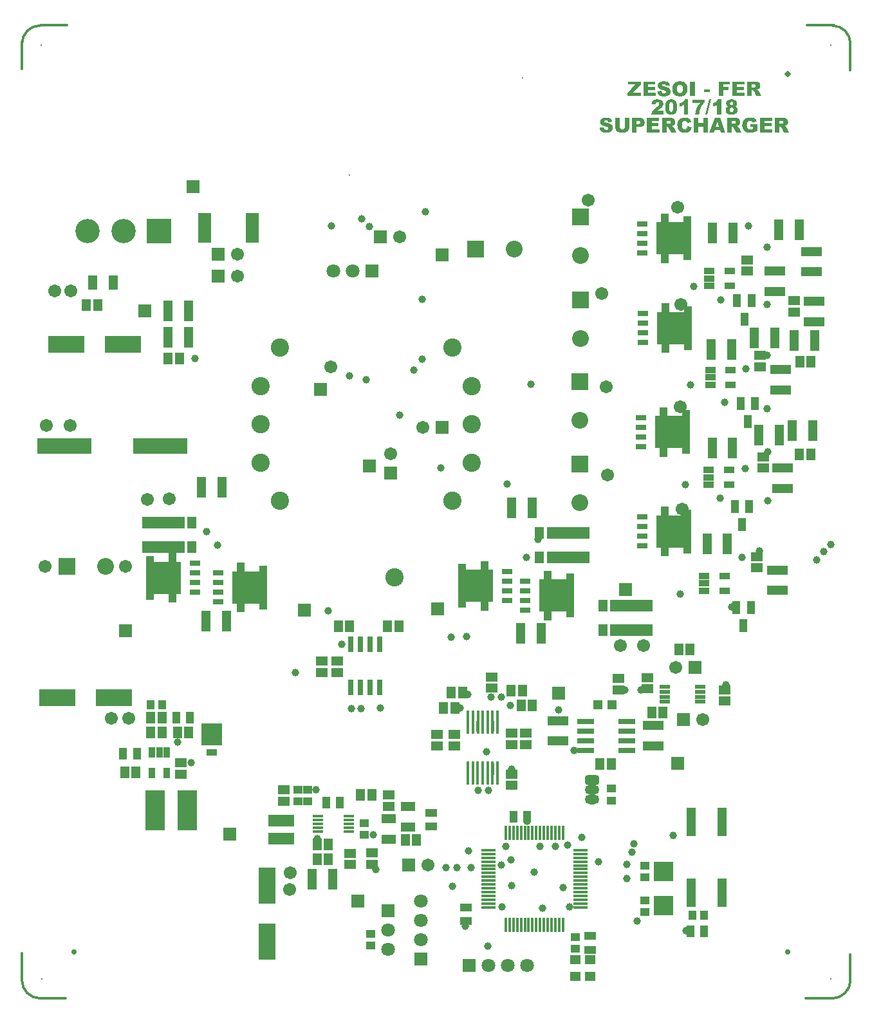
<source format=gts>
G04 Layer_Color=8388736*
%FSLAX25Y25*%
%MOIN*%
G70*
G01*
G75*
%ADD10C,0.01200*%
%ADD96R,0.04343X0.22847*%
%ADD97R,0.15091X0.16788*%
%ADD98R,0.05524X0.02769*%
%ADD99R,0.05800X0.03812*%
%ADD100R,0.10839X0.11430*%
%ADD101R,0.03359X0.05524*%
%ADD102R,0.05131X0.06312*%
%ADD103R,0.10249X0.20879*%
%ADD104R,0.18517X0.08674*%
%ADD105R,0.04343X0.06312*%
%ADD106R,0.03950X0.04540*%
%ADD107R,0.06312X0.05131*%
%ADD108R,0.04540X0.03950*%
%ADD109R,0.01800X0.12211*%
%ADD110C,0.02769*%
%ADD111P,0.03915X4X90.0*%
%ADD112R,0.05721X0.05131*%
%ADD113R,0.22453X0.05918*%
%ADD114R,0.04658X0.05918*%
%ADD115R,0.04737X0.04737*%
%ADD116R,0.04737X0.14579*%
%ADD117R,0.05131X0.11036*%
%ADD118R,0.07493X0.05131*%
%ADD119R,0.06312X0.04343*%
%ADD120R,0.11036X0.05131*%
%ADD121R,0.07099X0.15761*%
%ADD122R,0.10249X0.09855*%
%ADD123R,0.03950X0.07099*%
%ADD124R,0.13398X0.06312*%
%ADD125R,0.05524X0.03359*%
%ADD126R,0.05131X0.07493*%
%ADD127R,0.02965X0.07887*%
%ADD128R,0.08674X0.03162*%
%ADD129R,0.05518X0.01581*%
%ADD130R,0.01581X0.07487*%
%ADD131R,0.07487X0.01581*%
%ADD132R,0.28359X0.07887*%
%ADD133R,0.08674X0.18517*%
%ADD134R,0.05518X0.01975*%
%ADD135R,0.03989X0.04806*%
%ADD136R,0.03989X0.04806*%
%ADD137C,0.00800*%
%ADD138C,0.07099*%
%ADD139R,0.07099X0.07099*%
%ADD140R,0.07099X0.07099*%
G04:AMPARAMS|DCode=141|XSize=74.93mil|YSize=50.13mil|CornerRadius=14.53mil|HoleSize=0mil|Usage=FLASHONLY|Rotation=180.000|XOffset=0mil|YOffset=0mil|HoleType=Round|Shape=RoundedRectangle|*
%AMROUNDEDRECTD141*
21,1,0.07493,0.02106,0,0,180.0*
21,1,0.04587,0.05013,0,0,180.0*
1,1,0.02906,-0.02293,0.01053*
1,1,0.02906,0.02293,0.01053*
1,1,0.02906,0.02293,-0.01053*
1,1,0.02906,-0.02293,-0.01053*
%
%ADD141ROUNDEDRECTD141*%
%ADD142O,0.07493X0.05013*%
%ADD143C,0.09461*%
%ADD144C,0.12611*%
%ADD145R,0.12611X0.12611*%
%ADD146C,0.08674*%
%ADD147R,0.08674X0.08674*%
%ADD148R,0.08674X0.08674*%
%ADD149C,0.06706*%
%ADD150R,0.06706X0.06706*%
%ADD151R,0.06706X0.06706*%
%ADD152C,0.07099*%
%ADD153R,0.07099X0.07099*%
%ADD154C,0.03950*%
G36*
X317994Y433792D02*
X315857D01*
Y438858D01*
X315827Y438843D01*
X315769Y438799D01*
X315666Y438726D01*
X315534Y438623D01*
X315373Y438521D01*
X315212Y438418D01*
X314846Y438213D01*
X314832Y438199D01*
X314758Y438169D01*
X314656Y438126D01*
X314510Y438067D01*
X314334Y437994D01*
X314129Y437921D01*
X313895Y437847D01*
X313631Y437759D01*
Y439487D01*
X313646D01*
X313675Y439502D01*
X313734Y439516D01*
X313807Y439546D01*
X313895Y439575D01*
X313997Y439619D01*
X314246Y439721D01*
X314510Y439838D01*
X314788Y439970D01*
X315051Y440131D01*
X315300Y440307D01*
X315330Y440336D01*
X315403Y440395D01*
X315505Y440497D01*
X315637Y440644D01*
X315798Y440819D01*
X315944Y441039D01*
X316105Y441273D01*
X316237Y441537D01*
X317994D01*
Y433792D01*
D02*
G37*
G36*
X326500Y439970D02*
X326485Y439956D01*
X326470Y439941D01*
X326427Y439897D01*
X326368Y439838D01*
X326222Y439692D01*
X326031Y439502D01*
X325812Y439267D01*
X325592Y438989D01*
X325373Y438696D01*
X325153Y438389D01*
Y438374D01*
X325124Y438345D01*
X325094Y438286D01*
X325050Y438213D01*
X324992Y438111D01*
X324919Y437994D01*
X324860Y437862D01*
X324772Y437715D01*
X324699Y437555D01*
X324611Y437379D01*
X324435Y436998D01*
X324274Y436559D01*
X324113Y436105D01*
Y436091D01*
X324099Y436061D01*
X324084Y436003D01*
X324069Y435929D01*
X324040Y435842D01*
X324011Y435724D01*
X323982Y435593D01*
X323952Y435446D01*
X323923Y435285D01*
X323894Y435110D01*
X323821Y434714D01*
X323762Y434275D01*
X323718Y433792D01*
X321610D01*
Y433807D01*
X321625Y433880D01*
X321639Y433968D01*
X321654Y434099D01*
X321683Y434261D01*
X321712Y434451D01*
X321756Y434656D01*
X321800Y434875D01*
X321859Y435124D01*
X321903Y435373D01*
X322049Y435885D01*
X322196Y436413D01*
X322386Y436910D01*
Y436925D01*
X322415Y436969D01*
X322445Y437042D01*
X322488Y437130D01*
X322547Y437247D01*
X322620Y437379D01*
X322708Y437540D01*
X322796Y437715D01*
X322913Y437921D01*
X323045Y438126D01*
X323338Y438579D01*
X323674Y439092D01*
X324084Y439619D01*
X320322D01*
Y441405D01*
X326500D01*
Y439970D01*
D02*
G37*
G36*
X335123Y433792D02*
X332985D01*
Y438858D01*
X332956Y438843D01*
X332897Y438799D01*
X332795Y438726D01*
X332663Y438623D01*
X332502Y438521D01*
X332341Y438418D01*
X331975Y438213D01*
X331961Y438199D01*
X331887Y438169D01*
X331785Y438126D01*
X331638Y438067D01*
X331463Y437994D01*
X331258Y437921D01*
X331024Y437847D01*
X330760Y437759D01*
Y439487D01*
X330775D01*
X330804Y439502D01*
X330862Y439516D01*
X330936Y439546D01*
X331024Y439575D01*
X331126Y439619D01*
X331375Y439721D01*
X331638Y439838D01*
X331917Y439970D01*
X332180Y440131D01*
X332429Y440307D01*
X332458Y440336D01*
X332531Y440395D01*
X332634Y440497D01*
X332766Y440644D01*
X332927Y440819D01*
X333073Y441039D01*
X333234Y441273D01*
X333366Y441537D01*
X335123D01*
Y433792D01*
D02*
G37*
G36*
X327993Y433660D02*
X326939D01*
X328857Y441537D01*
X329925D01*
X327993Y433660D01*
D02*
G37*
G36*
X340642Y441522D02*
X340774D01*
X340920Y441507D01*
X341081Y441493D01*
X341242Y441463D01*
X341608Y441390D01*
X341989Y441288D01*
X342340Y441141D01*
X342501Y441053D01*
X342648Y440951D01*
X342662D01*
X342677Y440922D01*
X342765Y440848D01*
X342882Y440717D01*
X343014Y440556D01*
X343145Y440336D01*
X343263Y440087D01*
X343350Y439809D01*
X343365Y439648D01*
X343380Y439487D01*
Y439458D01*
Y439399D01*
X343365Y439297D01*
X343350Y439180D01*
X343306Y439033D01*
X343263Y438858D01*
X343189Y438696D01*
X343087Y438521D01*
X343072Y438506D01*
X343043Y438462D01*
X342999Y438404D01*
X342926Y438316D01*
X342823Y438228D01*
X342706Y438111D01*
X342560Y437994D01*
X342399Y437877D01*
X342428Y437862D01*
X342501Y437818D01*
X342604Y437759D01*
X342750Y437672D01*
X342897Y437555D01*
X343043Y437423D01*
X343189Y437262D01*
X343321Y437086D01*
X343336Y437071D01*
X343365Y436998D01*
X343424Y436896D01*
X343482Y436779D01*
X343526Y436618D01*
X343585Y436427D01*
X343614Y436237D01*
X343629Y436017D01*
Y435988D01*
Y435915D01*
X343614Y435812D01*
X343599Y435666D01*
X343570Y435505D01*
X343512Y435329D01*
X343453Y435139D01*
X343365Y434949D01*
X343350Y434934D01*
X343321Y434861D01*
X343263Y434773D01*
X343189Y434670D01*
X343087Y434539D01*
X342984Y434407D01*
X342853Y434290D01*
X342721Y434173D01*
X342706Y434158D01*
X342648Y434129D01*
X342575Y434085D01*
X342457Y434026D01*
X342326Y433968D01*
X342165Y433894D01*
X341974Y433836D01*
X341769Y433792D01*
X341740D01*
X341667Y433777D01*
X341550Y433748D01*
X341403Y433734D01*
X341228Y433704D01*
X341023Y433675D01*
X340788Y433660D01*
X340364D01*
X340261Y433675D01*
X340144D01*
X339881Y433689D01*
X339573Y433734D01*
X339266Y433777D01*
X338973Y433851D01*
X338709Y433938D01*
X338680Y433953D01*
X338607Y433997D01*
X338490Y434056D01*
X338358Y434158D01*
X338197Y434275D01*
X338036Y434422D01*
X337875Y434597D01*
X337743Y434788D01*
X337729Y434817D01*
X337699Y434890D01*
X337641Y435007D01*
X337582Y435153D01*
X337524Y435329D01*
X337465Y435549D01*
X337436Y435783D01*
X337421Y436032D01*
Y436047D01*
Y436061D01*
Y436149D01*
X337436Y436266D01*
X337465Y436427D01*
X337494Y436603D01*
X337553Y436793D01*
X337626Y436984D01*
X337729Y437159D01*
X337743Y437174D01*
X337787Y437232D01*
X337860Y437320D01*
X337963Y437423D01*
X338095Y437540D01*
X338256Y437657D01*
X338461Y437774D01*
X338680Y437877D01*
X338666Y437891D01*
X338592Y437921D01*
X338505Y437979D01*
X338402Y438052D01*
X338285Y438140D01*
X338168Y438243D01*
X338051Y438360D01*
X337963Y438477D01*
X337948Y438491D01*
X337919Y438550D01*
X337860Y438653D01*
X337817Y438770D01*
X337758Y438916D01*
X337699Y439092D01*
X337670Y439297D01*
X337655Y439502D01*
Y439516D01*
Y439546D01*
Y439590D01*
X337670Y439663D01*
X337685Y439736D01*
X337699Y439838D01*
X337773Y440058D01*
X337875Y440307D01*
X337948Y440439D01*
X338036Y440570D01*
X338139Y440702D01*
X338256Y440819D01*
X338387Y440951D01*
X338548Y441068D01*
X338563D01*
X338578Y441083D01*
X338622Y441112D01*
X338680Y441141D01*
X338739Y441171D01*
X338827Y441215D01*
X339032Y441302D01*
X339295Y441390D01*
X339617Y441463D01*
X339983Y441522D01*
X340393Y441537D01*
X340540D01*
X340642Y441522D01*
D02*
G37*
G36*
X302373D02*
X302476D01*
X302724Y441507D01*
X303003Y441478D01*
X303295Y441420D01*
X303573Y441361D01*
X303822Y441273D01*
X303837D01*
X303852Y441258D01*
X303925Y441229D01*
X304042Y441171D01*
X304188Y441083D01*
X304335Y440980D01*
X304496Y440848D01*
X304657Y440688D01*
X304803Y440497D01*
X304818Y440468D01*
X304862Y440409D01*
X304920Y440292D01*
X304994Y440146D01*
X305052Y439970D01*
X305111Y439780D01*
X305155Y439546D01*
X305169Y439311D01*
Y439297D01*
Y439282D01*
Y439194D01*
X305155Y439062D01*
X305125Y438887D01*
X305067Y438682D01*
X304994Y438462D01*
X304891Y438228D01*
X304759Y437979D01*
X304745Y437950D01*
X304686Y437877D01*
X304569Y437745D01*
X304423Y437569D01*
X304218Y437364D01*
X303954Y437130D01*
X303808Y436998D01*
X303647Y436866D01*
X303456Y436735D01*
X303266Y436588D01*
X303237Y436574D01*
X303164Y436515D01*
X303061Y436442D01*
X302929Y436354D01*
X302637Y436149D01*
X302519Y436047D01*
X302417Y435973D01*
X302402Y435959D01*
X302373Y435944D01*
X302329Y435900D01*
X302271Y435856D01*
X302110Y435710D01*
X301905Y435520D01*
X305228D01*
Y433792D01*
X298874D01*
Y433807D01*
Y433836D01*
X298889Y433880D01*
X298903Y433953D01*
X298918Y434041D01*
X298933Y434129D01*
X298991Y434363D01*
X299079Y434626D01*
X299196Y434934D01*
X299343Y435241D01*
X299533Y435549D01*
Y435564D01*
X299562Y435593D01*
X299591Y435637D01*
X299650Y435695D01*
X299709Y435783D01*
X299782Y435871D01*
X299884Y435988D01*
X300001Y436105D01*
X300133Y436252D01*
X300279Y436398D01*
X300455Y436559D01*
X300645Y436735D01*
X300851Y436910D01*
X301070Y437101D01*
X301319Y437306D01*
X301597Y437511D01*
X301612Y437525D01*
X301641Y437540D01*
X301685Y437584D01*
X301744Y437628D01*
X301905Y437745D01*
X302095Y437906D01*
X302300Y438067D01*
X302505Y438243D01*
X302666Y438404D01*
X302739Y438477D01*
X302798Y438550D01*
X302812Y438565D01*
X302841Y438609D01*
X302886Y438682D01*
X302929Y438770D01*
X302973Y438872D01*
X303017Y438989D01*
X303046Y439121D01*
X303061Y439238D01*
Y439253D01*
Y439297D01*
X303046Y439370D01*
X303032Y439443D01*
X303003Y439546D01*
X302944Y439633D01*
X302886Y439736D01*
X302798Y439838D01*
X302783Y439853D01*
X302754Y439882D01*
X302695Y439912D01*
X302622Y439970D01*
X302534Y440014D01*
X302417Y440043D01*
X302300Y440073D01*
X302153Y440087D01*
X302080D01*
X302007Y440073D01*
X301919Y440058D01*
X301817Y440029D01*
X301700Y439970D01*
X301597Y439912D01*
X301495Y439824D01*
X301480Y439809D01*
X301451Y439780D01*
X301407Y439707D01*
X301363Y439619D01*
X301304Y439502D01*
X301246Y439341D01*
X301202Y439150D01*
X301158Y438931D01*
X299035Y439092D01*
Y439106D01*
Y439136D01*
X299050Y439180D01*
X299064Y439238D01*
X299094Y439399D01*
X299138Y439604D01*
X299196Y439824D01*
X299269Y440058D01*
X299357Y440277D01*
X299474Y440483D01*
X299489Y440512D01*
X299533Y440570D01*
X299606Y440658D01*
X299723Y440775D01*
X299855Y440892D01*
X300016Y441024D01*
X300206Y441156D01*
X300411Y441258D01*
X300441Y441273D01*
X300528Y441302D01*
X300660Y441346D01*
X300851Y441405D01*
X301099Y441449D01*
X301378Y441493D01*
X301714Y441522D01*
X302095Y441537D01*
X302285D01*
X302373Y441522D01*
D02*
G37*
G36*
X314041Y450921D02*
X314202Y450906D01*
X314392Y450877D01*
X314598Y450848D01*
X314817Y450804D01*
X315051Y450760D01*
X315285Y450687D01*
X315534Y450599D01*
X315769Y450511D01*
X316018Y450379D01*
X316237Y450247D01*
X316457Y450086D01*
X316662Y449911D01*
X316676Y449896D01*
X316706Y449867D01*
X316764Y449808D01*
X316823Y449720D01*
X316896Y449618D01*
X316984Y449486D01*
X317086Y449340D01*
X317189Y449164D01*
X317277Y448974D01*
X317379Y448754D01*
X317467Y448520D01*
X317540Y448271D01*
X317599Y447993D01*
X317657Y447700D01*
X317687Y447378D01*
X317701Y447041D01*
Y447027D01*
Y446983D01*
Y446910D01*
Y446822D01*
X317687Y446704D01*
X317672Y446573D01*
X317657Y446426D01*
X317643Y446265D01*
X317584Y445914D01*
X317511Y445548D01*
X317394Y445182D01*
X317247Y444845D01*
Y444831D01*
X317233Y444801D01*
X317203Y444757D01*
X317160Y444699D01*
X317057Y444552D01*
X316911Y444362D01*
X316735Y444157D01*
X316501Y443938D01*
X316252Y443718D01*
X315944Y443528D01*
X315930D01*
X315900Y443513D01*
X315857Y443484D01*
X315798Y443454D01*
X315710Y443425D01*
X315608Y443381D01*
X315491Y443337D01*
X315359Y443293D01*
X315212Y443250D01*
X315051Y443206D01*
X314700Y443132D01*
X314290Y443074D01*
X313836Y443059D01*
X313617D01*
X313514Y443074D01*
X313382Y443088D01*
X313236D01*
X313089Y443118D01*
X312753Y443162D01*
X312387Y443235D01*
X312035Y443337D01*
X311699Y443469D01*
X311684D01*
X311655Y443484D01*
X311611Y443513D01*
X311552Y443542D01*
X311406Y443645D01*
X311216Y443791D01*
X310996Y443967D01*
X310762Y444186D01*
X310527Y444450D01*
X310323Y444757D01*
Y444772D01*
X310308Y444801D01*
X310279Y444845D01*
X310249Y444918D01*
X310206Y445006D01*
X310161Y445109D01*
X310118Y445226D01*
X310074Y445372D01*
X310015Y445519D01*
X309971Y445694D01*
X309898Y446075D01*
X309840Y446499D01*
X309810Y446983D01*
Y446997D01*
Y447071D01*
Y447158D01*
X309825Y447290D01*
X309840Y447451D01*
X309869Y447627D01*
X309898Y447832D01*
X309942Y448051D01*
X309986Y448286D01*
X310059Y448520D01*
X310147Y448754D01*
X310249Y449003D01*
X310367Y449237D01*
X310498Y449472D01*
X310659Y449691D01*
X310835Y449896D01*
X310850Y449911D01*
X310879Y449940D01*
X310938Y449999D01*
X311025Y450057D01*
X311128Y450130D01*
X311260Y450218D01*
X311421Y450321D01*
X311582Y450423D01*
X311787Y450511D01*
X312006Y450613D01*
X312240Y450701D01*
X312504Y450774D01*
X312782Y450833D01*
X313075Y450892D01*
X313397Y450921D01*
X313734Y450936D01*
X313909D01*
X314041Y450921D01*
D02*
G37*
G36*
X339559Y449164D02*
X336104D01*
Y447832D01*
X339061D01*
Y446295D01*
X336104D01*
Y443191D01*
X333747D01*
Y450804D01*
X339559D01*
Y449164D01*
D02*
G37*
G36*
X347113Y449179D02*
X343175D01*
Y447964D01*
X346835D01*
Y446412D01*
X343175D01*
Y444918D01*
X347230D01*
Y443191D01*
X340818D01*
Y450804D01*
X347113D01*
Y449179D01*
D02*
G37*
G36*
X352822Y450789D02*
X353057Y450774D01*
X353320Y450760D01*
X353598Y450731D01*
X353862Y450672D01*
X354096Y450613D01*
X354125Y450599D01*
X354199Y450569D01*
X354301Y450526D01*
X354433Y450452D01*
X354579Y450364D01*
X354740Y450233D01*
X354887Y450086D01*
X355033Y449911D01*
X355048Y449881D01*
X355092Y449823D01*
X355150Y449720D01*
X355223Y449574D01*
X355282Y449398D01*
X355341Y449179D01*
X355384Y448944D01*
X355399Y448681D01*
Y448652D01*
Y448578D01*
X355384Y448461D01*
X355370Y448315D01*
X355326Y448139D01*
X355282Y447949D01*
X355209Y447759D01*
X355121Y447583D01*
X355106Y447568D01*
X355077Y447510D01*
X355004Y447422D01*
X354931Y447319D01*
X354814Y447202D01*
X354696Y447071D01*
X354535Y446953D01*
X354374Y446836D01*
X354360D01*
X354316Y446807D01*
X354243Y446778D01*
X354155Y446734D01*
X354038Y446690D01*
X353891Y446646D01*
X353730Y446587D01*
X353540Y446544D01*
X353555D01*
X353613Y446514D01*
X353686Y446485D01*
X353774Y446456D01*
X353979Y446368D01*
X354067Y446309D01*
X354155Y446265D01*
X354184Y446251D01*
X354257Y446177D01*
X354301Y446119D01*
X354360Y446046D01*
X354433Y445958D01*
X354521Y445855D01*
X354535Y445841D01*
X354565Y445812D01*
X354609Y445753D01*
X354653Y445680D01*
X354770Y445533D01*
X354814Y445460D01*
X354857Y445387D01*
X356014Y443191D01*
X353349D01*
X352076Y445504D01*
X352061Y445519D01*
X352032Y445577D01*
X351988Y445650D01*
X351929Y445753D01*
X351798Y445943D01*
X351725Y446031D01*
X351651Y446090D01*
X351637Y446104D01*
X351607Y446119D01*
X351549Y446148D01*
X351490Y446192D01*
X351402Y446221D01*
X351300Y446251D01*
X351198Y446265D01*
X351080Y446280D01*
X350875D01*
Y443191D01*
X348518D01*
Y450804D01*
X352705D01*
X352822Y450789D01*
D02*
G37*
G36*
X293545Y449281D02*
X289270Y444831D01*
X293706D01*
Y443191D01*
X286489D01*
Y444772D01*
X290705Y449179D01*
X286899D01*
Y450804D01*
X293545D01*
Y449281D01*
D02*
G37*
G36*
X301056Y449179D02*
X297117D01*
Y447964D01*
X300777D01*
Y446412D01*
X297117D01*
Y444918D01*
X301173D01*
Y443191D01*
X294760D01*
Y450804D01*
X301056D01*
Y449179D01*
D02*
G37*
G36*
X321420Y443191D02*
X319063D01*
Y450804D01*
X321420D01*
Y443191D01*
D02*
G37*
G36*
X337297Y424393D02*
X334823D01*
X334442Y425652D01*
X331792D01*
X331397Y424393D01*
X329011D01*
X331865Y432006D01*
X334442D01*
X337297Y424393D01*
D02*
G37*
G36*
X342391Y431991D02*
X342626Y431977D01*
X342889Y431962D01*
X343167Y431933D01*
X343431Y431874D01*
X343665Y431816D01*
X343694Y431801D01*
X343768Y431772D01*
X343870Y431728D01*
X344002Y431655D01*
X344148Y431567D01*
X344309Y431435D01*
X344456Y431289D01*
X344602Y431113D01*
X344617Y431084D01*
X344661Y431025D01*
X344719Y430923D01*
X344793Y430776D01*
X344851Y430601D01*
X344910Y430381D01*
X344953Y430147D01*
X344968Y429883D01*
Y429854D01*
Y429781D01*
X344953Y429664D01*
X344939Y429517D01*
X344895Y429342D01*
X344851Y429151D01*
X344778Y428961D01*
X344690Y428785D01*
X344675Y428770D01*
X344646Y428712D01*
X344573Y428624D01*
X344500Y428522D01*
X344383Y428405D01*
X344265Y428273D01*
X344104Y428156D01*
X343943Y428039D01*
X343929D01*
X343885Y428009D01*
X343812Y427980D01*
X343724Y427936D01*
X343607Y427892D01*
X343460Y427848D01*
X343299Y427790D01*
X343109Y427746D01*
X343124D01*
X343182Y427716D01*
X343255Y427687D01*
X343343Y427658D01*
X343548Y427570D01*
X343636Y427512D01*
X343724Y427468D01*
X343753Y427453D01*
X343826Y427380D01*
X343870Y427321D01*
X343929Y427248D01*
X344002Y427160D01*
X344090Y427058D01*
X344104Y427043D01*
X344134Y427014D01*
X344178Y426955D01*
X344221Y426882D01*
X344339Y426735D01*
X344383Y426662D01*
X344426Y426589D01*
X345583Y424393D01*
X342918D01*
X341645Y426706D01*
X341630Y426721D01*
X341601Y426780D01*
X341557Y426853D01*
X341498Y426955D01*
X341367Y427145D01*
X341294Y427233D01*
X341220Y427292D01*
X341206Y427307D01*
X341176Y427321D01*
X341118Y427350D01*
X341059Y427394D01*
X340971Y427424D01*
X340869Y427453D01*
X340767Y427468D01*
X340649Y427482D01*
X340444D01*
Y424393D01*
X338087D01*
Y432006D01*
X342274D01*
X342391Y431991D01*
D02*
G37*
G36*
X361482Y430381D02*
X357544D01*
Y429166D01*
X361204D01*
Y427614D01*
X357544D01*
Y426121D01*
X361599D01*
Y424393D01*
X355187D01*
Y432006D01*
X361482D01*
Y430381D01*
D02*
G37*
G36*
X293128Y431991D02*
X293245D01*
X293362Y431977D01*
X293640Y431933D01*
X293962Y431860D01*
X294270Y431742D01*
X294577Y431596D01*
X294709Y431494D01*
X294841Y431391D01*
X294855D01*
X294870Y431362D01*
X294943Y431274D01*
X295046Y431142D01*
X295163Y430952D01*
X295280Y430703D01*
X295382Y430410D01*
X295456Y430059D01*
X295485Y429869D01*
Y429664D01*
Y429649D01*
Y429620D01*
Y429546D01*
X295470Y429473D01*
Y429371D01*
X295456Y429268D01*
X295397Y429005D01*
X295309Y428712D01*
X295192Y428419D01*
X295017Y428126D01*
X294899Y427995D01*
X294782Y427863D01*
X294768D01*
X294753Y427834D01*
X294709Y427804D01*
X294651Y427760D01*
X294577Y427716D01*
X294489Y427658D01*
X294387Y427599D01*
X294255Y427541D01*
X294123Y427482D01*
X293962Y427424D01*
X293787Y427365D01*
X293596Y427321D01*
X293391Y427277D01*
X293172Y427248D01*
X292938Y427233D01*
X292674Y427219D01*
X291386D01*
Y424393D01*
X289029D01*
Y432006D01*
X293040D01*
X293128Y431991D01*
D02*
G37*
G36*
X303010Y430381D02*
X299072D01*
Y429166D01*
X302732D01*
Y427614D01*
X299072D01*
Y426121D01*
X303127D01*
Y424393D01*
X296715D01*
Y432006D01*
X303010D01*
Y430381D01*
D02*
G37*
G36*
X308719Y431991D02*
X308954Y431977D01*
X309217Y431962D01*
X309495Y431933D01*
X309759Y431874D01*
X309993Y431816D01*
X310022Y431801D01*
X310096Y431772D01*
X310198Y431728D01*
X310330Y431655D01*
X310476Y431567D01*
X310637Y431435D01*
X310784Y431289D01*
X310930Y431113D01*
X310945Y431084D01*
X310989Y431025D01*
X311047Y430923D01*
X311121Y430776D01*
X311179Y430601D01*
X311238Y430381D01*
X311281Y430147D01*
X311296Y429883D01*
Y429854D01*
Y429781D01*
X311281Y429664D01*
X311267Y429517D01*
X311223Y429342D01*
X311179Y429151D01*
X311106Y428961D01*
X311018Y428785D01*
X311003Y428770D01*
X310974Y428712D01*
X310901Y428624D01*
X310828Y428522D01*
X310711Y428405D01*
X310593Y428273D01*
X310432Y428156D01*
X310271Y428039D01*
X310257D01*
X310213Y428009D01*
X310140Y427980D01*
X310052Y427936D01*
X309935Y427892D01*
X309788Y427848D01*
X309627Y427790D01*
X309437Y427746D01*
X309452D01*
X309510Y427716D01*
X309583Y427687D01*
X309671Y427658D01*
X309876Y427570D01*
X309964Y427512D01*
X310052Y427468D01*
X310081Y427453D01*
X310154Y427380D01*
X310198Y427321D01*
X310257Y427248D01*
X310330Y427160D01*
X310418Y427058D01*
X310432Y427043D01*
X310462Y427014D01*
X310506Y426955D01*
X310549Y426882D01*
X310667Y426735D01*
X310711Y426662D01*
X310754Y426589D01*
X311911Y424393D01*
X309246D01*
X307973Y426706D01*
X307958Y426721D01*
X307929Y426780D01*
X307885Y426853D01*
X307826Y426955D01*
X307695Y427145D01*
X307622Y427233D01*
X307548Y427292D01*
X307534Y427307D01*
X307504Y427321D01*
X307446Y427350D01*
X307387Y427394D01*
X307299Y427424D01*
X307197Y427453D01*
X307095Y427468D01*
X306977Y427482D01*
X306772D01*
Y424393D01*
X304415D01*
Y432006D01*
X308602D01*
X308719Y431991D01*
D02*
G37*
G36*
X367192D02*
X367426Y431977D01*
X367689Y431962D01*
X367968Y431933D01*
X368231Y431874D01*
X368465Y431816D01*
X368495Y431801D01*
X368568Y431772D01*
X368670Y431728D01*
X368802Y431655D01*
X368949Y431567D01*
X369110Y431435D01*
X369256Y431289D01*
X369402Y431113D01*
X369417Y431084D01*
X369461Y431025D01*
X369519Y430923D01*
X369593Y430776D01*
X369651Y430601D01*
X369710Y430381D01*
X369754Y430147D01*
X369768Y429883D01*
Y429854D01*
Y429781D01*
X369754Y429664D01*
X369739Y429517D01*
X369695Y429342D01*
X369651Y429151D01*
X369578Y428961D01*
X369490Y428785D01*
X369476Y428770D01*
X369446Y428712D01*
X369373Y428624D01*
X369300Y428522D01*
X369183Y428405D01*
X369066Y428273D01*
X368904Y428156D01*
X368743Y428039D01*
X368729D01*
X368685Y428009D01*
X368612Y427980D01*
X368524Y427936D01*
X368407Y427892D01*
X368260Y427848D01*
X368099Y427790D01*
X367909Y427746D01*
X367924D01*
X367982Y427716D01*
X368055Y427687D01*
X368143Y427658D01*
X368348Y427570D01*
X368436Y427512D01*
X368524Y427468D01*
X368553Y427453D01*
X368626Y427380D01*
X368670Y427321D01*
X368729Y427248D01*
X368802Y427160D01*
X368890Y427058D01*
X368904Y427043D01*
X368934Y427014D01*
X368978Y426955D01*
X369022Y426882D01*
X369139Y426735D01*
X369183Y426662D01*
X369227Y426589D01*
X370383Y424393D01*
X367719D01*
X366445Y426706D01*
X366430Y426721D01*
X366401Y426780D01*
X366357Y426853D01*
X366299Y426955D01*
X366167Y427145D01*
X366094Y427233D01*
X366020Y427292D01*
X366006Y427307D01*
X365977Y427321D01*
X365918Y427350D01*
X365859Y427394D01*
X365772Y427424D01*
X365669Y427453D01*
X365567Y427468D01*
X365450Y427482D01*
X365245D01*
Y424393D01*
X362888D01*
Y432006D01*
X367074D01*
X367192Y431991D01*
D02*
G37*
G36*
X350575Y432123D02*
X350839Y432108D01*
X351146Y432079D01*
X351468Y432035D01*
X351761Y431977D01*
X351893Y431947D01*
X352025Y431904D01*
X352039D01*
X352054Y431889D01*
X352127Y431860D01*
X352244Y431801D01*
X352391Y431728D01*
X352552Y431625D01*
X352727Y431508D01*
X352903Y431362D01*
X353064Y431186D01*
X353079Y431172D01*
X353137Y431098D01*
X353210Y430996D01*
X353298Y430864D01*
X353401Y430688D01*
X353503Y430483D01*
X353606Y430234D01*
X353694Y429971D01*
X351424Y429576D01*
Y429590D01*
X351395Y429649D01*
X351366Y429722D01*
X351307Y429825D01*
X351249Y429927D01*
X351161Y430030D01*
X351058Y430147D01*
X350941Y430234D01*
X350927Y430249D01*
X350883Y430278D01*
X350810Y430308D01*
X350707Y430352D01*
X350590Y430396D01*
X350429Y430440D01*
X350268Y430454D01*
X350078Y430469D01*
X350004D01*
X349946Y430454D01*
X349814Y430440D01*
X349638Y430396D01*
X349433Y430337D01*
X349228Y430234D01*
X349038Y430103D01*
X348848Y429927D01*
X348833Y429898D01*
X348775Y429825D01*
X348701Y429693D01*
X348628Y429517D01*
X348540Y429268D01*
X348467Y428975D01*
X348409Y428624D01*
X348394Y428434D01*
Y428214D01*
Y428199D01*
Y428156D01*
Y428097D01*
X348409Y428009D01*
Y427907D01*
X348423Y427804D01*
X348452Y427541D01*
X348511Y427248D01*
X348584Y426955D01*
X348701Y426692D01*
X348775Y426560D01*
X348848Y426457D01*
X348877Y426428D01*
X348936Y426369D01*
X349038Y426296D01*
X349184Y426194D01*
X349375Y426091D01*
X349594Y426018D01*
X349858Y425960D01*
X350151Y425930D01*
X350297D01*
X350400Y425945D01*
X350502Y425960D01*
X350634Y425974D01*
X350897Y426033D01*
X350912D01*
X350956Y426062D01*
X351044Y426091D01*
X351146Y426121D01*
X351263Y426179D01*
X351410Y426252D01*
X351556Y426326D01*
X351732Y426428D01*
Y427160D01*
X350151D01*
Y428741D01*
X353796D01*
Y425477D01*
X353781Y425462D01*
X353752Y425447D01*
X353694Y425403D01*
X353620Y425359D01*
X353533Y425301D01*
X353415Y425242D01*
X353167Y425096D01*
X352874Y424935D01*
X352566Y424774D01*
X352244Y424627D01*
X351937Y424510D01*
X351922D01*
X351907Y424496D01*
X351849Y424481D01*
X351790Y424466D01*
X351717Y424452D01*
X351629Y424437D01*
X351395Y424393D01*
X351117Y424335D01*
X350795Y424305D01*
X350429Y424276D01*
X350034Y424261D01*
X349902D01*
X349814Y424276D01*
X349697D01*
X349565Y424291D01*
X349419Y424305D01*
X349258Y424320D01*
X348906Y424378D01*
X348540Y424452D01*
X348160Y424569D01*
X347823Y424715D01*
X347808D01*
X347779Y424745D01*
X347735Y424759D01*
X347676Y424803D01*
X347530Y424906D01*
X347340Y425067D01*
X347135Y425257D01*
X346915Y425491D01*
X346696Y425769D01*
X346505Y426091D01*
Y426106D01*
X346491Y426135D01*
X346461Y426179D01*
X346432Y426252D01*
X346403Y426340D01*
X346359Y426443D01*
X346315Y426560D01*
X346271Y426706D01*
X346183Y427014D01*
X346110Y427365D01*
X346052Y427775D01*
X346037Y428199D01*
Y428214D01*
Y428258D01*
Y428317D01*
X346052Y428405D01*
Y428522D01*
X346066Y428639D01*
X346081Y428785D01*
X346095Y428932D01*
X346169Y429283D01*
X346256Y429634D01*
X346374Y430015D01*
X346549Y430366D01*
Y430381D01*
X346579Y430410D01*
X346608Y430454D01*
X346652Y430513D01*
X346769Y430688D01*
X346930Y430893D01*
X347149Y431113D01*
X347398Y431347D01*
X347706Y431567D01*
X348057Y431757D01*
X348072D01*
X348087Y431772D01*
X348145Y431786D01*
X348204Y431816D01*
X348277Y431845D01*
X348365Y431874D01*
X348482Y431918D01*
X348614Y431947D01*
X348745Y431977D01*
X348906Y432021D01*
X349258Y432079D01*
X349668Y432123D01*
X350136Y432138D01*
X350444D01*
X350575Y432123D01*
D02*
G37*
G36*
X275853D02*
X275985D01*
X276116Y432108D01*
X276277Y432094D01*
X276438Y432064D01*
X276790Y432006D01*
X277170Y431904D01*
X277522Y431772D01*
X277683Y431684D01*
X277829Y431581D01*
X277844D01*
X277858Y431552D01*
X277946Y431479D01*
X278078Y431347D01*
X278239Y431157D01*
X278400Y430923D01*
X278547Y430630D01*
X278620Y430454D01*
X278664Y430264D01*
X278722Y430073D01*
X278751Y429854D01*
X276541Y429737D01*
Y429766D01*
X276526Y429825D01*
X276497Y429912D01*
X276468Y430030D01*
X276409Y430147D01*
X276350Y430264D01*
X276263Y430381D01*
X276160Y430483D01*
X276146Y430498D01*
X276116Y430527D01*
X276043Y430557D01*
X275955Y430601D01*
X275853Y430644D01*
X275721Y430688D01*
X275560Y430703D01*
X275384Y430718D01*
X275326D01*
X275253Y430703D01*
X275165D01*
X274960Y430644D01*
X274872Y430601D01*
X274784Y430542D01*
X274769Y430527D01*
X274755Y430513D01*
X274681Y430425D01*
X274608Y430293D01*
X274594Y430205D01*
X274579Y430117D01*
Y430103D01*
Y430088D01*
X274594Y430000D01*
X274652Y429898D01*
X274681Y429839D01*
X274740Y429781D01*
X274755D01*
X274769Y429751D01*
X274828Y429722D01*
X274901Y429693D01*
X275004Y429649D01*
X275135Y429605D01*
X275311Y429546D01*
X275516Y429502D01*
X275531D01*
X275589Y429488D01*
X275662Y429473D01*
X275765Y429444D01*
X275897Y429415D01*
X276043Y429385D01*
X276204Y429342D01*
X276365Y429297D01*
X276731Y429195D01*
X277097Y429078D01*
X277434Y428961D01*
X277580Y428888D01*
X277712Y428829D01*
X277727D01*
X277741Y428814D01*
X277829Y428770D01*
X277946Y428697D01*
X278093Y428595D01*
X278254Y428478D01*
X278415Y428331D01*
X278561Y428170D01*
X278693Y427980D01*
X278708Y427951D01*
X278737Y427892D01*
X278795Y427790D01*
X278854Y427658D01*
X278898Y427497D01*
X278956Y427307D01*
X278986Y427087D01*
X279000Y426867D01*
Y426853D01*
Y426838D01*
Y426794D01*
Y426750D01*
X278986Y426604D01*
X278956Y426428D01*
X278898Y426208D01*
X278825Y425989D01*
X278722Y425740D01*
X278590Y425506D01*
X278576Y425477D01*
X278517Y425403D01*
X278429Y425301D01*
X278298Y425154D01*
X278136Y425008D01*
X277932Y424847D01*
X277712Y424701D01*
X277449Y424569D01*
X277434D01*
X277419Y424554D01*
X277375Y424540D01*
X277317Y424525D01*
X277243Y424496D01*
X277170Y424466D01*
X276951Y424422D01*
X276687Y424364D01*
X276380Y424305D01*
X276028Y424276D01*
X275633Y424261D01*
X275457D01*
X275326Y424276D01*
X275165Y424291D01*
X274989Y424305D01*
X274784Y424320D01*
X274579Y424349D01*
X274125Y424437D01*
X273686Y424569D01*
X273481Y424657D01*
X273291Y424759D01*
X273100Y424862D01*
X272954Y424993D01*
X272939Y425008D01*
X272925Y425023D01*
X272881Y425067D01*
X272837Y425125D01*
X272778Y425198D01*
X272720Y425286D01*
X272573Y425506D01*
X272427Y425784D01*
X272281Y426106D01*
X272178Y426487D01*
X272149Y426692D01*
X272119Y426897D01*
X274359Y427043D01*
Y427014D01*
X274374Y426955D01*
X274389Y426853D01*
X274418Y426735D01*
X274506Y426457D01*
X274579Y426326D01*
X274652Y426208D01*
X274667Y426194D01*
X274725Y426135D01*
X274799Y426062D01*
X274916Y425989D01*
X275062Y425901D01*
X275238Y425828D01*
X275443Y425769D01*
X275677Y425755D01*
X275765D01*
X275853Y425769D01*
X275955Y425784D01*
X276087Y425813D01*
X276204Y425857D01*
X276336Y425916D01*
X276438Y425989D01*
X276453Y426004D01*
X276482Y426033D01*
X276526Y426077D01*
X276585Y426150D01*
X276673Y426311D01*
X276702Y426413D01*
X276716Y426531D01*
Y426545D01*
Y426575D01*
X276702Y426633D01*
X276687Y426706D01*
X276658Y426794D01*
X276599Y426882D01*
X276541Y426970D01*
X276453Y427058D01*
X276438Y427072D01*
X276394Y427102D01*
X276321Y427145D01*
X276204Y427204D01*
X276043Y427263D01*
X275838Y427336D01*
X275574Y427424D01*
X275413Y427453D01*
X275253Y427497D01*
X275238D01*
X275179Y427512D01*
X275106Y427541D01*
X275004Y427555D01*
X274872Y427599D01*
X274725Y427643D01*
X274579Y427687D01*
X274403Y427746D01*
X274037Y427878D01*
X273671Y428039D01*
X273335Y428229D01*
X273188Y428331D01*
X273057Y428434D01*
X273027Y428463D01*
X272954Y428536D01*
X272851Y428668D01*
X272734Y428829D01*
X272603Y429049D01*
X272500Y429297D01*
X272427Y429576D01*
X272412Y429737D01*
X272398Y429898D01*
Y429927D01*
Y430000D01*
X272412Y430117D01*
X272442Y430264D01*
X272485Y430425D01*
X272544Y430615D01*
X272617Y430805D01*
X272734Y431010D01*
X272749Y431040D01*
X272793Y431098D01*
X272881Y431186D01*
X272983Y431318D01*
X273130Y431450D01*
X273305Y431581D01*
X273510Y431713D01*
X273745Y431830D01*
X273759D01*
X273774Y431845D01*
X273818Y431860D01*
X273876Y431874D01*
X273935Y431904D01*
X274023Y431933D01*
X274242Y431991D01*
X274506Y432035D01*
X274828Y432094D01*
X275194Y432123D01*
X275619Y432138D01*
X275765D01*
X275853Y432123D01*
D02*
G37*
G36*
X309532Y441522D02*
X309708Y441507D01*
X309913Y441493D01*
X310118Y441463D01*
X310337Y441405D01*
X310527Y441346D01*
X310557Y441332D01*
X310615Y441317D01*
X310703Y441273D01*
X310820Y441215D01*
X311084Y441053D01*
X311216Y440966D01*
X311333Y440848D01*
X311347Y440834D01*
X311391Y440790D01*
X311435Y440731D01*
X311508Y440658D01*
X311582Y440556D01*
X311669Y440453D01*
X311816Y440204D01*
X311830Y440190D01*
X311845Y440146D01*
X311889Y440073D01*
X311918Y439985D01*
X311977Y439868D01*
X312021Y439736D01*
X312065Y439590D01*
X312109Y439428D01*
Y439414D01*
X312123Y439385D01*
Y439341D01*
X312138Y439282D01*
X312167Y439209D01*
X312182Y439106D01*
X312226Y438887D01*
X312255Y438623D01*
X312299Y438316D01*
X312314Y437994D01*
X312328Y437642D01*
Y437613D01*
Y437555D01*
Y437452D01*
X312314Y437306D01*
Y437130D01*
X312299Y436940D01*
X312270Y436720D01*
X312240Y436486D01*
X312153Y436003D01*
X312035Y435490D01*
X311948Y435256D01*
X311860Y435022D01*
X311743Y434802D01*
X311626Y434612D01*
X311611Y434597D01*
X311596Y434568D01*
X311552Y434524D01*
X311494Y434466D01*
X311406Y434392D01*
X311318Y434304D01*
X311201Y434231D01*
X311055Y434143D01*
X310908Y434041D01*
X310733Y433968D01*
X310527Y433880D01*
X310308Y433807D01*
X310074Y433748D01*
X309810Y433704D01*
X309517Y433675D01*
X309210Y433660D01*
X309049D01*
X308976Y433675D01*
X308873D01*
X308654Y433704D01*
X308419Y433734D01*
X308156Y433777D01*
X307892Y433851D01*
X307658Y433953D01*
X307629Y433968D01*
X307556Y434012D01*
X307453Y434085D01*
X307321Y434187D01*
X307160Y434304D01*
X306999Y434466D01*
X306838Y434656D01*
X306692Y434861D01*
X306677Y434875D01*
X306648Y434934D01*
X306589Y435036D01*
X306531Y435168D01*
X306472Y435329D01*
X306399Y435520D01*
X306326Y435754D01*
X306267Y436003D01*
Y436017D01*
Y436032D01*
X306253Y436076D01*
X306238Y436134D01*
X306223Y436281D01*
X306194Y436486D01*
X306165Y436720D01*
X306150Y436998D01*
X306121Y437306D01*
Y437628D01*
Y437657D01*
Y437730D01*
Y437833D01*
X306136Y437979D01*
X306150Y438155D01*
X306165Y438360D01*
X306179Y438579D01*
X306223Y438814D01*
X306311Y439326D01*
X306443Y439824D01*
X306531Y440058D01*
X306648Y440277D01*
X306765Y440483D01*
X306897Y440658D01*
X306911Y440673D01*
X306941Y440702D01*
X306985Y440746D01*
X307043Y440790D01*
X307131Y440863D01*
X307234Y440936D01*
X307351Y441010D01*
X307482Y441097D01*
X307644Y441185D01*
X307819Y441258D01*
X308010Y441332D01*
X308229Y441405D01*
X308463Y441449D01*
X308712Y441493D01*
X308976Y441522D01*
X309268Y441537D01*
X309400D01*
X309532Y441522D01*
D02*
G37*
G36*
X287491Y427468D02*
Y427438D01*
Y427350D01*
X287477Y427219D01*
X287462Y427058D01*
X287433Y426867D01*
X287404Y426648D01*
X287345Y426428D01*
X287272Y426194D01*
X287257Y426165D01*
X287228Y426091D01*
X287184Y425974D01*
X287111Y425843D01*
X287023Y425667D01*
X286906Y425491D01*
X286774Y425316D01*
X286613Y425140D01*
X286598Y425125D01*
X286540Y425067D01*
X286437Y424993D01*
X286320Y424891D01*
X286189Y424788D01*
X286028Y424686D01*
X285852Y424583D01*
X285676Y424510D01*
X285662D01*
X285647Y424496D01*
X285603Y424481D01*
X285559Y424466D01*
X285413Y424437D01*
X285208Y424393D01*
X284973Y424335D01*
X284695Y424305D01*
X284373Y424276D01*
X284022Y424261D01*
X283817D01*
X283670Y424276D01*
X283495D01*
X283290Y424291D01*
X283056Y424305D01*
X282821Y424335D01*
X282792D01*
X282719Y424349D01*
X282587Y424364D01*
X282441Y424408D01*
X282265Y424437D01*
X282075Y424496D01*
X281899Y424569D01*
X281723Y424642D01*
X281709Y424657D01*
X281650Y424686D01*
X281562Y424745D01*
X281460Y424818D01*
X281328Y424906D01*
X281196Y425023D01*
X281065Y425154D01*
X280918Y425301D01*
X280904Y425316D01*
X280860Y425374D01*
X280801Y425462D01*
X280713Y425564D01*
X280640Y425696D01*
X280552Y425857D01*
X280464Y426018D01*
X280406Y426179D01*
Y426194D01*
X280391Y426208D01*
X280377Y426296D01*
X280347Y426443D01*
X280303Y426604D01*
X280259Y426809D01*
X280230Y427028D01*
X280215Y427248D01*
X280201Y427468D01*
Y432006D01*
X282543D01*
Y427350D01*
Y427321D01*
Y427248D01*
X282558Y427131D01*
X282587Y426999D01*
X282631Y426838D01*
X282690Y426677D01*
X282763Y426516D01*
X282880Y426369D01*
X282894Y426355D01*
X282939Y426311D01*
X283026Y426267D01*
X283129Y426208D01*
X283275Y426135D01*
X283436Y426091D01*
X283627Y426048D01*
X283846Y426033D01*
X283949D01*
X284051Y426048D01*
X284197Y426077D01*
X284344Y426121D01*
X284505Y426179D01*
X284651Y426252D01*
X284798Y426369D01*
X284812Y426384D01*
X284856Y426428D01*
X284915Y426516D01*
X284973Y426618D01*
X285032Y426765D01*
X285090Y426926D01*
X285135Y427131D01*
X285149Y427350D01*
Y432006D01*
X287491D01*
Y427468D01*
D02*
G37*
G36*
X316449Y432123D02*
X316581D01*
X316713Y432108D01*
X316874Y432094D01*
X317050Y432064D01*
X317401Y431991D01*
X317782Y431889D01*
X318148Y431742D01*
X318323Y431655D01*
X318484Y431552D01*
X318499D01*
X318514Y431523D01*
X318558Y431494D01*
X318616Y431450D01*
X318762Y431303D01*
X318953Y431113D01*
X319143Y430864D01*
X319348Y430557D01*
X319538Y430191D01*
X319714Y429766D01*
X317635Y429312D01*
Y429327D01*
X317621Y429371D01*
X317591Y429429D01*
X317562Y429502D01*
X317489Y429664D01*
X317445Y429737D01*
X317401Y429810D01*
X317386Y429825D01*
X317372Y429854D01*
X317328Y429912D01*
X317269Y429971D01*
X317108Y430103D01*
X316903Y430234D01*
X316889D01*
X316859Y430264D01*
X316801Y430278D01*
X316728Y430308D01*
X316625Y430337D01*
X316523Y430352D01*
X316274Y430381D01*
X316200D01*
X316142Y430366D01*
X315996Y430352D01*
X315820Y430308D01*
X315630Y430220D01*
X315425Y430103D01*
X315234Y429956D01*
X315146Y429854D01*
X315059Y429737D01*
X315044Y429707D01*
X315015Y429649D01*
X314956Y429532D01*
X314898Y429371D01*
X314839Y429151D01*
X314780Y428902D01*
X314751Y428595D01*
X314737Y428229D01*
Y428214D01*
Y428170D01*
Y428112D01*
Y428024D01*
X314751Y427921D01*
Y427804D01*
X314780Y427541D01*
X314824Y427248D01*
X314898Y426970D01*
X314985Y426706D01*
X315044Y426604D01*
X315117Y426501D01*
X315132Y426487D01*
X315190Y426428D01*
X315278Y426355D01*
X315395Y426267D01*
X315556Y426179D01*
X315732Y426106D01*
X315952Y426048D01*
X316200Y426033D01*
X316318D01*
X316435Y426048D01*
X316581Y426077D01*
X316742Y426121D01*
X316918Y426194D01*
X317064Y426282D01*
X317211Y426399D01*
X317225Y426413D01*
X317269Y426472D01*
X317328Y426560D01*
X317401Y426677D01*
X317489Y426838D01*
X317577Y427028D01*
X317650Y427248D01*
X317723Y427512D01*
X319787Y426882D01*
Y426867D01*
X319773Y426838D01*
X319758Y426794D01*
X319743Y426735D01*
X319700Y426575D01*
X319626Y426384D01*
X319524Y426150D01*
X319407Y425901D01*
X319275Y425667D01*
X319114Y425433D01*
X319099Y425403D01*
X319041Y425330D01*
X318938Y425228D01*
X318807Y425110D01*
X318660Y424964D01*
X318470Y424818D01*
X318250Y424671D01*
X318016Y424554D01*
X317987Y424540D01*
X317899Y424510D01*
X317752Y424466D01*
X317562Y424408D01*
X317313Y424349D01*
X317035Y424305D01*
X316698Y424276D01*
X316332Y424261D01*
X316127D01*
X316025Y424276D01*
X315893D01*
X315615Y424305D01*
X315293Y424349D01*
X314956Y424408D01*
X314619Y424496D01*
X314297Y424613D01*
X314283D01*
X314268Y424627D01*
X314224Y424657D01*
X314166Y424686D01*
X314019Y424774D01*
X313843Y424906D01*
X313624Y425081D01*
X313404Y425301D01*
X313170Y425564D01*
X312950Y425886D01*
Y425901D01*
X312921Y425930D01*
X312892Y425974D01*
X312863Y426048D01*
X312819Y426135D01*
X312775Y426252D01*
X312716Y426369D01*
X312672Y426516D01*
X312614Y426677D01*
X312555Y426853D01*
X312511Y427043D01*
X312467Y427248D01*
X312409Y427702D01*
X312380Y428214D01*
Y428229D01*
Y428302D01*
Y428390D01*
X312394Y428522D01*
X312409Y428683D01*
X312438Y428858D01*
X312467Y429063D01*
X312511Y429283D01*
X312628Y429751D01*
X312702Y430000D01*
X312804Y430234D01*
X312921Y430469D01*
X313053Y430703D01*
X313199Y430908D01*
X313375Y431113D01*
X313390Y431128D01*
X313419Y431157D01*
X313477Y431201D01*
X313565Y431274D01*
X313668Y431347D01*
X313785Y431435D01*
X313946Y431537D01*
X314107Y431625D01*
X314297Y431728D01*
X314517Y431816D01*
X314751Y431904D01*
X315000Y431977D01*
X315278Y432050D01*
X315571Y432094D01*
X315879Y432123D01*
X316215Y432138D01*
X316362D01*
X316449Y432123D01*
D02*
G37*
G36*
X328220Y424393D02*
X325863D01*
Y427468D01*
X323301D01*
Y424393D01*
X320944D01*
Y432006D01*
X323301D01*
Y429342D01*
X325863D01*
Y432006D01*
X328220D01*
Y424393D01*
D02*
G37*
G36*
X217408Y113989D02*
X216008D01*
Y119789D01*
X217408D01*
Y113989D01*
D02*
G37*
G36*
X220008D02*
X218608D01*
Y119789D01*
X220008D01*
Y113989D01*
D02*
G37*
G36*
X307992Y128772D02*
X303661D01*
Y130347D01*
X307992D01*
Y128772D01*
D02*
G37*
G36*
X214908Y113989D02*
X213508D01*
Y119789D01*
X214908D01*
Y113989D01*
D02*
G37*
G36*
X207208D02*
X205808D01*
Y119789D01*
X207208D01*
Y113989D01*
D02*
G37*
G36*
X209708D02*
X208308D01*
Y119789D01*
X209708D01*
Y113989D01*
D02*
G37*
G36*
X212308D02*
X210908D01*
Y119789D01*
X212308D01*
Y113989D01*
D02*
G37*
G36*
X326496Y133890D02*
X322165D01*
Y135465D01*
X326496D01*
Y133890D01*
D02*
G37*
G36*
X307992Y136449D02*
X303661D01*
Y138024D01*
X307992D01*
Y136449D01*
D02*
G37*
G36*
X326496D02*
X322165D01*
Y138024D01*
X326496D01*
Y136449D01*
D02*
G37*
G36*
X307992Y133890D02*
X303661D01*
Y135465D01*
X307992D01*
Y133890D01*
D02*
G37*
G36*
X326496Y128772D02*
X322165D01*
Y130347D01*
X326496D01*
Y128772D01*
D02*
G37*
G36*
X307992Y131331D02*
X303661D01*
Y132905D01*
X307992D01*
Y131331D01*
D02*
G37*
G36*
X326496D02*
X322165D01*
Y132905D01*
X326496D01*
Y131331D01*
D02*
G37*
G36*
X204608Y113989D02*
X203208D01*
Y119789D01*
X204608D01*
Y113989D01*
D02*
G37*
G36*
X305769Y450921D02*
X305901D01*
X306033Y450906D01*
X306194Y450892D01*
X306355Y450862D01*
X306707Y450804D01*
X307087Y450701D01*
X307438Y450569D01*
X307599Y450482D01*
X307746Y450379D01*
X307761D01*
X307775Y450350D01*
X307863Y450277D01*
X307995Y450145D01*
X308156Y449955D01*
X308317Y449720D01*
X308463Y449428D01*
X308537Y449252D01*
X308580Y449061D01*
X308639Y448871D01*
X308668Y448652D01*
X306458Y448534D01*
Y448564D01*
X306443Y448622D01*
X306414Y448710D01*
X306384Y448827D01*
X306326Y448944D01*
X306267Y449061D01*
X306179Y449179D01*
X306077Y449281D01*
X306062Y449296D01*
X306033Y449325D01*
X305960Y449354D01*
X305872Y449398D01*
X305769Y449442D01*
X305638Y449486D01*
X305477Y449501D01*
X305301Y449515D01*
X305242D01*
X305169Y449501D01*
X305082D01*
X304876Y449442D01*
X304789Y449398D01*
X304701Y449340D01*
X304686Y449325D01*
X304672Y449310D01*
X304598Y449223D01*
X304525Y449091D01*
X304510Y449003D01*
X304496Y448915D01*
Y448901D01*
Y448886D01*
X304510Y448798D01*
X304569Y448696D01*
X304598Y448637D01*
X304657Y448578D01*
X304672D01*
X304686Y448549D01*
X304745Y448520D01*
X304818Y448491D01*
X304920Y448447D01*
X305052Y448403D01*
X305228Y448344D01*
X305433Y448300D01*
X305448D01*
X305506Y448286D01*
X305579Y448271D01*
X305682Y448242D01*
X305814Y448212D01*
X305960Y448183D01*
X306121Y448139D01*
X306282Y448095D01*
X306648Y447993D01*
X307014Y447876D01*
X307351Y447759D01*
X307497Y447685D01*
X307629Y447627D01*
X307644D01*
X307658Y447612D01*
X307746Y447568D01*
X307863Y447495D01*
X308010Y447393D01*
X308171Y447275D01*
X308331Y447129D01*
X308478Y446968D01*
X308610Y446778D01*
X308624Y446748D01*
X308654Y446690D01*
X308712Y446587D01*
X308771Y446456D01*
X308815Y446295D01*
X308873Y446104D01*
X308903Y445885D01*
X308917Y445665D01*
Y445650D01*
Y445636D01*
Y445592D01*
Y445548D01*
X308903Y445402D01*
X308873Y445226D01*
X308815Y445006D01*
X308741Y444787D01*
X308639Y444538D01*
X308507Y444304D01*
X308493Y444274D01*
X308434Y444201D01*
X308346Y444099D01*
X308214Y443952D01*
X308053Y443806D01*
X307848Y443645D01*
X307629Y443498D01*
X307365Y443367D01*
X307351D01*
X307336Y443352D01*
X307292Y443337D01*
X307234Y443323D01*
X307160Y443293D01*
X307087Y443264D01*
X306868Y443220D01*
X306604Y443162D01*
X306297Y443103D01*
X305945Y443074D01*
X305550Y443059D01*
X305374D01*
X305242Y443074D01*
X305082Y443088D01*
X304906Y443103D01*
X304701Y443118D01*
X304496Y443147D01*
X304042Y443235D01*
X303603Y443367D01*
X303398Y443454D01*
X303207Y443557D01*
X303017Y443659D01*
X302871Y443791D01*
X302856Y443806D01*
X302841Y443820D01*
X302798Y443864D01*
X302754Y443923D01*
X302695Y443996D01*
X302637Y444084D01*
X302490Y444304D01*
X302344Y444582D01*
X302197Y444904D01*
X302095Y445284D01*
X302066Y445489D01*
X302036Y445694D01*
X304276Y445841D01*
Y445812D01*
X304291Y445753D01*
X304306Y445650D01*
X304335Y445533D01*
X304423Y445255D01*
X304496Y445123D01*
X304569Y445006D01*
X304584Y444992D01*
X304642Y444933D01*
X304715Y444860D01*
X304833Y444787D01*
X304979Y444699D01*
X305155Y444626D01*
X305360Y444567D01*
X305594Y444552D01*
X305682D01*
X305769Y444567D01*
X305872Y444582D01*
X306004Y444611D01*
X306121Y444655D01*
X306253Y444713D01*
X306355Y444787D01*
X306370Y444801D01*
X306399Y444831D01*
X306443Y444874D01*
X306502Y444948D01*
X306589Y445109D01*
X306619Y445211D01*
X306633Y445328D01*
Y445343D01*
Y445372D01*
X306619Y445431D01*
X306604Y445504D01*
X306575Y445592D01*
X306516Y445680D01*
X306458Y445768D01*
X306370Y445855D01*
X306355Y445870D01*
X306311Y445899D01*
X306238Y445943D01*
X306121Y446002D01*
X305960Y446060D01*
X305755Y446134D01*
X305491Y446221D01*
X305330Y446251D01*
X305169Y446295D01*
X305155D01*
X305096Y446309D01*
X305023Y446339D01*
X304920Y446353D01*
X304789Y446397D01*
X304642Y446441D01*
X304496Y446485D01*
X304320Y446544D01*
X303954Y446675D01*
X303588Y446836D01*
X303252Y447027D01*
X303105Y447129D01*
X302973Y447231D01*
X302944Y447261D01*
X302871Y447334D01*
X302768Y447466D01*
X302651Y447627D01*
X302519Y447846D01*
X302417Y448095D01*
X302344Y448374D01*
X302329Y448534D01*
X302314Y448696D01*
Y448725D01*
Y448798D01*
X302329Y448915D01*
X302358Y449061D01*
X302402Y449223D01*
X302461Y449413D01*
X302534Y449603D01*
X302651Y449808D01*
X302666Y449837D01*
X302710Y449896D01*
X302798Y449984D01*
X302900Y450116D01*
X303046Y450247D01*
X303222Y450379D01*
X303427Y450511D01*
X303661Y450628D01*
X303676D01*
X303691Y450643D01*
X303735Y450657D01*
X303793Y450672D01*
X303852Y450701D01*
X303940Y450731D01*
X304159Y450789D01*
X304423Y450833D01*
X304745Y450892D01*
X305111Y450921D01*
X305535Y450936D01*
X305682D01*
X305769Y450921D01*
D02*
G37*
G36*
X329179Y445153D02*
X326104D01*
Y446792D01*
X329179D01*
Y445153D01*
D02*
G37*
G36*
X204608Y91789D02*
X203208D01*
Y97589D01*
X204608D01*
Y91789D01*
D02*
G37*
G36*
X209708D02*
X208308D01*
Y97589D01*
X209708D01*
Y91789D01*
D02*
G37*
G36*
X207208D02*
X205808D01*
Y97589D01*
X207208D01*
Y91789D01*
D02*
G37*
G36*
X214908D02*
X213508D01*
Y97589D01*
X214908D01*
Y91789D01*
D02*
G37*
G36*
X217408D02*
X216008D01*
Y97589D01*
X217408D01*
Y91789D01*
D02*
G37*
G36*
X220008D02*
X218608D01*
Y97589D01*
X220008D01*
Y91789D01*
D02*
G37*
G36*
X212308D02*
X210908D01*
Y97589D01*
X212308D01*
Y91789D01*
D02*
G37*
%LPC*%
G36*
X340496Y440248D02*
X340437D01*
X340364Y440234D01*
X340276Y440219D01*
X340174Y440190D01*
X340071Y440146D01*
X339969Y440087D01*
X339881Y439999D01*
X339866Y439985D01*
X339851Y439956D01*
X339808Y439912D01*
X339764Y439838D01*
X339720Y439750D01*
X339690Y439633D01*
X339661Y439516D01*
X339647Y439370D01*
Y439355D01*
Y439311D01*
X339661Y439238D01*
X339676Y439150D01*
X339705Y439048D01*
X339749Y438945D01*
X339808Y438828D01*
X339881Y438740D01*
X339895Y438726D01*
X339925Y438711D01*
X339983Y438667D01*
X340056Y438623D01*
X340144Y438579D01*
X340261Y438550D01*
X340378Y438521D01*
X340525Y438506D01*
X340583D01*
X340657Y438521D01*
X340744Y438535D01*
X340832Y438565D01*
X340935Y438609D01*
X341037Y438667D01*
X341125Y438740D01*
X341140Y438755D01*
X341169Y438784D01*
X341198Y438828D01*
X341242Y438901D01*
X341286Y438989D01*
X341330Y439106D01*
X341345Y439223D01*
X341359Y439355D01*
Y439370D01*
Y439428D01*
X341345Y439487D01*
X341330Y439590D01*
X341301Y439692D01*
X341257Y439794D01*
X341198Y439897D01*
X341110Y439999D01*
X341096Y440014D01*
X341067Y440043D01*
X341023Y440073D01*
X340950Y440131D01*
X340862Y440175D01*
X340759Y440204D01*
X340627Y440234D01*
X340496Y440248D01*
D02*
G37*
G36*
Y437262D02*
X340437D01*
X340349Y437247D01*
X340261Y437218D01*
X340159Y437188D01*
X340042Y437130D01*
X339925Y437042D01*
X339808Y436940D01*
X339793Y436925D01*
X339764Y436881D01*
X339720Y436808D01*
X339676Y436720D01*
X339617Y436603D01*
X339573Y436456D01*
X339544Y436296D01*
X339529Y436105D01*
Y436076D01*
Y436017D01*
X339544Y435929D01*
X339573Y435812D01*
X339603Y435681D01*
X339647Y435534D01*
X339720Y435402D01*
X339822Y435271D01*
X339837Y435256D01*
X339881Y435227D01*
X339939Y435168D01*
X340027Y435124D01*
X340130Y435066D01*
X340247Y435007D01*
X340378Y434978D01*
X340525Y434963D01*
X340583D01*
X340657Y434978D01*
X340759Y435007D01*
X340862Y435036D01*
X340964Y435095D01*
X341081Y435183D01*
X341198Y435285D01*
X341213Y435300D01*
X341242Y435344D01*
X341301Y435417D01*
X341359Y435505D01*
X341403Y435622D01*
X341462Y435768D01*
X341491Y435929D01*
X341506Y436105D01*
Y436134D01*
Y436193D01*
X341491Y436281D01*
X341462Y436398D01*
X341433Y436530D01*
X341374Y436661D01*
X341301Y436793D01*
X341198Y436925D01*
X341184Y436940D01*
X341140Y436984D01*
X341081Y437028D01*
X340993Y437101D01*
X340891Y437159D01*
X340774Y437203D01*
X340642Y437247D01*
X340496Y437262D01*
D02*
G37*
G36*
X313734Y449149D02*
X313704D01*
X313617Y449135D01*
X313485Y449120D01*
X313324Y449091D01*
X313134Y449018D01*
X312943Y448930D01*
X312768Y448813D01*
X312592Y448637D01*
X312577Y448608D01*
X312533Y448534D01*
X312460Y448417D01*
X312387Y448242D01*
X312299Y448007D01*
X312270Y447876D01*
X312240Y447729D01*
X312211Y447554D01*
X312182Y447378D01*
X312167Y447173D01*
Y446968D01*
Y446953D01*
Y446924D01*
Y446866D01*
Y446778D01*
X312182Y446690D01*
X312196Y446573D01*
X312226Y446324D01*
X312270Y446060D01*
X312343Y445782D01*
X312445Y445533D01*
X312519Y445416D01*
X312592Y445314D01*
X312606Y445299D01*
X312665Y445240D01*
X312768Y445153D01*
X312899Y445065D01*
X313060Y444977D01*
X313265Y444889D01*
X313485Y444831D01*
X313748Y444816D01*
X313778D01*
X313880Y444831D01*
X314012Y444845D01*
X314188Y444874D01*
X314363Y444933D01*
X314568Y445021D01*
X314758Y445138D01*
X314919Y445299D01*
X314934Y445328D01*
X314993Y445402D01*
X315051Y445519D01*
X315095Y445607D01*
X315139Y445709D01*
X315168Y445826D01*
X315212Y445958D01*
X315242Y446090D01*
X315285Y446251D01*
X315300Y446441D01*
X315330Y446631D01*
X315344Y446836D01*
Y447071D01*
Y447085D01*
Y447114D01*
Y447173D01*
Y447246D01*
X315330Y447334D01*
X315315Y447437D01*
X315285Y447671D01*
X315242Y447934D01*
X315154Y448198D01*
X315051Y448447D01*
X314905Y448652D01*
X314890Y448666D01*
X314832Y448725D01*
X314729Y448813D01*
X314598Y448901D01*
X314422Y448988D01*
X314231Y449076D01*
X313997Y449135D01*
X313734Y449149D01*
D02*
G37*
G36*
X351915Y449266D02*
X350875D01*
Y447715D01*
X351944D01*
X352017Y447729D01*
X352091Y447744D01*
X352208Y447759D01*
X352339Y447788D01*
X352500Y447817D01*
X352515D01*
X352544Y447832D01*
X352632Y447861D01*
X352764Y447934D01*
X352881Y448051D01*
X352896Y448066D01*
X352910Y448081D01*
X352940Y448125D01*
X352969Y448183D01*
X353013Y448315D01*
X353042Y448403D01*
Y448491D01*
Y448505D01*
Y448549D01*
X353028Y448622D01*
X353013Y448696D01*
X352983Y448798D01*
X352940Y448886D01*
X352881Y448974D01*
X352793Y449061D01*
X352779Y449076D01*
X352749Y449091D01*
X352691Y449120D01*
X352603Y449164D01*
X352471Y449208D01*
X352325Y449237D01*
X352134Y449252D01*
X351915Y449266D01*
D02*
G37*
G36*
X333124Y430030D02*
X332290Y427292D01*
X333959D01*
X333124Y430030D01*
D02*
G37*
G36*
X341484Y430469D02*
X340444D01*
Y428917D01*
X341513D01*
X341586Y428932D01*
X341659Y428946D01*
X341777Y428961D01*
X341908Y428990D01*
X342069Y429019D01*
X342084D01*
X342113Y429034D01*
X342201Y429063D01*
X342333Y429137D01*
X342450Y429254D01*
X342465Y429268D01*
X342479Y429283D01*
X342509Y429327D01*
X342538Y429385D01*
X342582Y429517D01*
X342611Y429605D01*
Y429693D01*
Y429707D01*
Y429751D01*
X342597Y429825D01*
X342582Y429898D01*
X342552Y430000D01*
X342509Y430088D01*
X342450Y430176D01*
X342362Y430264D01*
X342348Y430278D01*
X342318Y430293D01*
X342260Y430322D01*
X342172Y430366D01*
X342040Y430410D01*
X341894Y430440D01*
X341703Y430454D01*
X341484Y430469D01*
D02*
G37*
G36*
X292044Y430454D02*
X291386D01*
Y428756D01*
X292074D01*
X292191Y428770D01*
X292337Y428785D01*
X292498Y428814D01*
X292659Y428858D01*
X292806Y428917D01*
X292923Y428990D01*
X292938Y429005D01*
X292967Y429034D01*
X293011Y429078D01*
X293069Y429151D01*
X293113Y429239D01*
X293157Y429342D01*
X293186Y429459D01*
X293201Y429590D01*
Y429605D01*
Y429649D01*
X293186Y429722D01*
X293172Y429795D01*
X293143Y429898D01*
X293099Y429986D01*
X293040Y430088D01*
X292952Y430191D01*
X292938Y430205D01*
X292908Y430234D01*
X292850Y430278D01*
X292747Y430322D01*
X292630Y430366D01*
X292469Y430410D01*
X292279Y430440D01*
X292044Y430454D01*
D02*
G37*
G36*
X307812Y430469D02*
X306772D01*
Y428917D01*
X307841D01*
X307914Y428932D01*
X307987Y428946D01*
X308105Y428961D01*
X308236Y428990D01*
X308397Y429019D01*
X308412D01*
X308441Y429034D01*
X308529Y429063D01*
X308661Y429137D01*
X308778Y429254D01*
X308793Y429268D01*
X308807Y429283D01*
X308837Y429327D01*
X308866Y429385D01*
X308910Y429517D01*
X308939Y429605D01*
Y429693D01*
Y429707D01*
Y429751D01*
X308925Y429825D01*
X308910Y429898D01*
X308880Y430000D01*
X308837Y430088D01*
X308778Y430176D01*
X308690Y430264D01*
X308676Y430278D01*
X308646Y430293D01*
X308588Y430322D01*
X308500Y430366D01*
X308368Y430410D01*
X308222Y430440D01*
X308031Y430454D01*
X307812Y430469D01*
D02*
G37*
G36*
X366284D02*
X365245D01*
Y428917D01*
X366313D01*
X366387Y428932D01*
X366460Y428946D01*
X366577Y428961D01*
X366708Y428990D01*
X366870Y429019D01*
X366884D01*
X366914Y429034D01*
X367001Y429063D01*
X367133Y429137D01*
X367250Y429254D01*
X367265Y429268D01*
X367280Y429283D01*
X367309Y429327D01*
X367338Y429385D01*
X367382Y429517D01*
X367411Y429605D01*
Y429693D01*
Y429707D01*
Y429751D01*
X367397Y429825D01*
X367382Y429898D01*
X367353Y430000D01*
X367309Y430088D01*
X367250Y430176D01*
X367162Y430264D01*
X367148Y430278D01*
X367119Y430293D01*
X367060Y430322D01*
X366972Y430366D01*
X366840Y430410D01*
X366694Y430440D01*
X366504Y430454D01*
X366284Y430469D01*
D02*
G37*
G36*
X309195Y440131D02*
X309166D01*
X309107Y440117D01*
X309020Y440102D01*
X308903Y440058D01*
X308785Y439999D01*
X308654Y439897D01*
X308537Y439765D01*
X308434Y439590D01*
X308419Y439560D01*
X308405Y439487D01*
X308390Y439428D01*
X308361Y439341D01*
X308346Y439253D01*
X308331Y439150D01*
X308302Y439018D01*
X308288Y438872D01*
X308273Y438726D01*
X308244Y438535D01*
X308229Y438345D01*
Y438126D01*
X308214Y437891D01*
Y437628D01*
Y437613D01*
Y437569D01*
Y437496D01*
Y437394D01*
X308229Y437276D01*
Y437130D01*
X308244Y436837D01*
X308273Y436500D01*
X308317Y436164D01*
X308346Y436017D01*
X308376Y435871D01*
X308419Y435739D01*
X308463Y435637D01*
X308478Y435607D01*
X308507Y435549D01*
X308566Y435476D01*
X308654Y435373D01*
X308756Y435271D01*
X308873Y435197D01*
X309020Y435139D01*
X309195Y435110D01*
X309254D01*
X309312Y435124D01*
X309386Y435139D01*
X309473Y435168D01*
X309561Y435197D01*
X309664Y435256D01*
X309752Y435329D01*
X309766Y435344D01*
X309795Y435373D01*
X309840Y435432D01*
X309883Y435505D01*
X309942Y435593D01*
X310000Y435724D01*
X310059Y435856D01*
X310103Y436032D01*
Y436061D01*
X310118Y436120D01*
X310147Y436252D01*
X310161Y436413D01*
X310191Y436632D01*
X310206Y436896D01*
X310220Y437203D01*
Y437569D01*
Y437584D01*
Y437642D01*
Y437715D01*
Y437818D01*
X310206Y437935D01*
Y438082D01*
X310191Y438389D01*
X310161Y438726D01*
X310103Y439062D01*
X310074Y439223D01*
X310044Y439370D01*
X310000Y439502D01*
X309957Y439604D01*
X309942Y439633D01*
X309913Y439692D01*
X309854Y439765D01*
X309766Y439868D01*
X309664Y439970D01*
X309532Y440043D01*
X309371Y440102D01*
X309195Y440131D01*
D02*
G37*
%LPD*%
D10*
X-17569Y479823D02*
G03*
X-27070Y470322I0J-9501D01*
G01*
X402067Y470325D02*
G03*
X392566Y479826I-9501J0D01*
G01*
X392569Y-24114D02*
G03*
X402070Y-14613I0J9501D01*
G01*
X-27067Y-14616D02*
G03*
X-17566Y-24117I9501J0D01*
G01*
X-27067Y457185D02*
Y471161D01*
X-17470Y479823D02*
X-3789D01*
X379429Y479823D02*
X393406D01*
X402067Y456545D02*
Y470226D01*
X402067Y-15453D02*
Y-1476D01*
X378789Y-24114D02*
X392470D01*
X-27067Y-14518D02*
Y-837D01*
X-18406Y-24114D02*
X-4429D01*
D96*
X317575Y217697D02*
D03*
X316787Y269311D02*
D03*
X317811Y323051D02*
D03*
X317559Y369567D02*
D03*
X256766Y184658D02*
D03*
X200850Y189508D02*
D03*
X39375Y193732D02*
D03*
X97888Y188772D02*
D03*
D97*
X308937Y217677D02*
D03*
X308150Y269291D02*
D03*
X309173Y323031D02*
D03*
X308921Y369547D02*
D03*
X248129Y184638D02*
D03*
X209488Y189528D02*
D03*
X48013Y193752D02*
D03*
X89251Y188752D02*
D03*
D98*
X294346Y225177D02*
D03*
Y220177D02*
D03*
Y215177D02*
D03*
Y210177D02*
D03*
X293559Y276791D02*
D03*
Y271791D02*
D03*
Y266791D02*
D03*
Y261791D02*
D03*
X294583Y330532D02*
D03*
Y325532D02*
D03*
Y320532D02*
D03*
Y315531D02*
D03*
X294331Y377047D02*
D03*
Y372047D02*
D03*
Y367047D02*
D03*
Y362047D02*
D03*
X233538Y192138D02*
D03*
Y187138D02*
D03*
Y182138D02*
D03*
Y177138D02*
D03*
X224079Y182028D02*
D03*
Y187028D02*
D03*
Y192028D02*
D03*
Y197028D02*
D03*
X62603Y186252D02*
D03*
Y191252D02*
D03*
Y196252D02*
D03*
Y201252D02*
D03*
X74660Y196252D02*
D03*
Y191252D02*
D03*
Y186252D02*
D03*
Y181252D02*
D03*
D99*
X71161Y103423D02*
D03*
D100*
Y112697D02*
D03*
D101*
X47835Y92815D02*
D03*
X40354D02*
D03*
X44094Y103445D02*
D03*
X47835D02*
D03*
X40354D02*
D03*
D102*
X26083Y93012D02*
D03*
X31988D02*
D03*
X39567Y113681D02*
D03*
X45472D02*
D03*
X39567Y121260D02*
D03*
X45472D02*
D03*
X53445Y113583D02*
D03*
X59350D02*
D03*
X171415Y57939D02*
D03*
X177321D02*
D03*
X231457Y127520D02*
D03*
X237362D02*
D03*
X226378Y135472D02*
D03*
X232283D02*
D03*
X201220Y134213D02*
D03*
X195315D02*
D03*
X197126Y126260D02*
D03*
X191220D02*
D03*
X54429Y307382D02*
D03*
X48524D02*
D03*
X154188Y81244D02*
D03*
X148282D02*
D03*
X168235Y168789D02*
D03*
X162329D02*
D03*
X142717Y168622D02*
D03*
X136811D02*
D03*
X125787Y55512D02*
D03*
X131693D02*
D03*
X305020Y124114D02*
D03*
X299114D02*
D03*
X131693Y47933D02*
D03*
X125787D02*
D03*
X278228Y97441D02*
D03*
X272323D02*
D03*
X12205Y335138D02*
D03*
X6299D02*
D03*
X375512Y257756D02*
D03*
X381417D02*
D03*
X375827Y305630D02*
D03*
X381732D02*
D03*
X313110Y156496D02*
D03*
X319016D02*
D03*
D103*
X41965Y73227D02*
D03*
X58465Y73327D02*
D03*
D104*
X20472Y131791D02*
D03*
X-8662D02*
D03*
X25157Y314567D02*
D03*
X-3976D02*
D03*
D105*
X25394Y102657D02*
D03*
X32480D02*
D03*
X59842Y121457D02*
D03*
X52756D02*
D03*
X326260Y10669D02*
D03*
X319173D02*
D03*
X130512Y77362D02*
D03*
X137598D02*
D03*
X234685Y69961D02*
D03*
X227598D02*
D03*
D106*
X45531Y128150D02*
D03*
X39508D02*
D03*
X326161Y18937D02*
D03*
X320138D02*
D03*
D107*
X55216Y97933D02*
D03*
Y92028D02*
D03*
X187913Y106732D02*
D03*
Y112638D02*
D03*
X196811Y112598D02*
D03*
Y106693D02*
D03*
X233740Y107402D02*
D03*
Y113307D02*
D03*
X226417Y113307D02*
D03*
Y107402D02*
D03*
X216260Y142402D02*
D03*
Y136496D02*
D03*
X226693Y86181D02*
D03*
Y92087D02*
D03*
X108465Y83858D02*
D03*
Y77953D02*
D03*
X128346Y150591D02*
D03*
Y144685D02*
D03*
X136221Y144606D02*
D03*
Y150512D02*
D03*
X353701Y204764D02*
D03*
Y198858D02*
D03*
X357008Y256417D02*
D03*
Y250512D02*
D03*
X355276Y308898D02*
D03*
Y302992D02*
D03*
X348479Y358417D02*
D03*
Y352512D02*
D03*
X336929Y129842D02*
D03*
Y135748D02*
D03*
X154134Y51181D02*
D03*
Y45276D02*
D03*
X142922Y51141D02*
D03*
Y45236D02*
D03*
X163046Y75286D02*
D03*
Y81191D02*
D03*
X281890Y141535D02*
D03*
Y135630D02*
D03*
X296949Y142126D02*
D03*
Y136221D02*
D03*
X372797Y337193D02*
D03*
Y331288D02*
D03*
D108*
X278307Y84488D02*
D03*
Y78465D02*
D03*
X153543Y9409D02*
D03*
Y3386D02*
D03*
X259449Y7638D02*
D03*
Y1614D02*
D03*
X120768Y77894D02*
D03*
Y83917D02*
D03*
X150320Y66627D02*
D03*
Y60604D02*
D03*
X295669Y44606D02*
D03*
Y38583D02*
D03*
Y20748D02*
D03*
Y26772D02*
D03*
X115748Y77894D02*
D03*
Y83917D02*
D03*
D109*
X219324Y118825D02*
D03*
X214206D02*
D03*
X216667D02*
D03*
X211647D02*
D03*
X219308Y92721D02*
D03*
X214206Y92742D02*
D03*
X216667D02*
D03*
X211647D02*
D03*
X209088Y118825D02*
D03*
X206529D02*
D03*
X203871D02*
D03*
X208990Y92742D02*
D03*
X206529D02*
D03*
X203871D02*
D03*
D110*
X0Y0D02*
D03*
X369685D02*
D03*
D111*
Y454724D02*
D03*
D112*
X267323Y-12795D02*
D03*
Y-4134D02*
D03*
X259449D02*
D03*
Y-12795D02*
D03*
D113*
X288601Y179166D02*
D03*
Y166568D02*
D03*
X46142Y222402D02*
D03*
Y209803D02*
D03*
X255772Y216827D02*
D03*
Y204228D02*
D03*
D114*
X273775Y179268D02*
D03*
Y166670D02*
D03*
X60969Y222299D02*
D03*
Y209701D02*
D03*
X240945Y216929D02*
D03*
Y204331D02*
D03*
D115*
X278445Y128051D02*
D03*
X271358D02*
D03*
D116*
X319685Y30591D02*
D03*
X335433D02*
D03*
X319685Y67205D02*
D03*
X335433D02*
D03*
D117*
X226675Y229979D02*
D03*
X237305D02*
D03*
X66043Y240650D02*
D03*
X76673D02*
D03*
X327756Y211319D02*
D03*
X338386D02*
D03*
X330428Y260964D02*
D03*
X341058D02*
D03*
X329936Y312118D02*
D03*
X340565D02*
D03*
X341156Y372396D02*
D03*
X330526D02*
D03*
X382441Y270079D02*
D03*
X371811D02*
D03*
X365118Y267677D02*
D03*
X354488D02*
D03*
X383465Y316614D02*
D03*
X372835D02*
D03*
X363032Y318150D02*
D03*
X352402D02*
D03*
X241786Y165150D02*
D03*
X231156D02*
D03*
X78937Y171260D02*
D03*
X68307D02*
D03*
X375606Y374135D02*
D03*
X364976D02*
D03*
X48543Y318390D02*
D03*
X59173D02*
D03*
Y331850D02*
D03*
X48543D02*
D03*
X123327Y37697D02*
D03*
X133957D02*
D03*
D118*
X172753Y64743D02*
D03*
Y75372D02*
D03*
X162798Y69069D02*
D03*
Y58440D02*
D03*
D119*
X267323Y8169D02*
D03*
Y1083D02*
D03*
X184990Y72123D02*
D03*
Y65036D02*
D03*
X202854Y16043D02*
D03*
Y23130D02*
D03*
D120*
X364252Y187165D02*
D03*
Y197795D02*
D03*
X366811Y239882D02*
D03*
Y250512D02*
D03*
X365922Y290945D02*
D03*
Y301575D02*
D03*
X362741Y342008D02*
D03*
Y352638D02*
D03*
X381856Y352153D02*
D03*
Y362783D02*
D03*
X383307Y326260D02*
D03*
Y336890D02*
D03*
X250669Y109173D02*
D03*
Y119803D02*
D03*
X299882Y117329D02*
D03*
Y106699D02*
D03*
D121*
X67618Y375000D02*
D03*
X92224D02*
D03*
D122*
X305118Y23819D02*
D03*
Y41535D02*
D03*
D123*
X350408Y178457D02*
D03*
X346668Y169008D02*
D03*
X342928Y178457D02*
D03*
X349606Y230669D02*
D03*
X345866Y221220D02*
D03*
X342126Y230669D02*
D03*
X352559Y284134D02*
D03*
X348819Y274685D02*
D03*
X345079Y284134D02*
D03*
X350881Y337236D02*
D03*
X347140Y327787D02*
D03*
X343400Y337236D02*
D03*
D124*
X107185Y58563D02*
D03*
Y68012D02*
D03*
D125*
X337022Y194598D02*
D03*
Y187118D02*
D03*
X326392Y190858D02*
D03*
Y194598D02*
D03*
Y187118D02*
D03*
X339134Y249528D02*
D03*
Y242047D02*
D03*
X328504Y245787D02*
D03*
Y249528D02*
D03*
Y242047D02*
D03*
X340039Y301260D02*
D03*
Y293779D02*
D03*
X329410Y297520D02*
D03*
Y301260D02*
D03*
Y293779D02*
D03*
X339449Y352515D02*
D03*
Y345035D02*
D03*
X328819Y348775D02*
D03*
Y352515D02*
D03*
Y345035D02*
D03*
D126*
X9646Y346654D02*
D03*
X20276D02*
D03*
D127*
X158353Y159261D02*
D03*
X148353D02*
D03*
X153353D02*
D03*
Y137017D02*
D03*
X158353D02*
D03*
X148353D02*
D03*
X143353Y159261D02*
D03*
Y137017D02*
D03*
D128*
X286299Y109449D02*
D03*
Y104449D02*
D03*
Y119449D02*
D03*
Y114449D02*
D03*
X265039Y119449D02*
D03*
Y114449D02*
D03*
Y109449D02*
D03*
Y104449D02*
D03*
D129*
X142323Y70288D02*
D03*
Y68319D02*
D03*
Y66351D02*
D03*
Y64382D02*
D03*
Y62414D02*
D03*
X126110Y70288D02*
D03*
Y68319D02*
D03*
Y66351D02*
D03*
Y64382D02*
D03*
Y62414D02*
D03*
D130*
X253110Y14095D02*
D03*
X251142D02*
D03*
X249173D02*
D03*
X247205D02*
D03*
X245236D02*
D03*
X243268D02*
D03*
X241299D02*
D03*
X239331D02*
D03*
X237362D02*
D03*
X235394D02*
D03*
X233425D02*
D03*
X231457D02*
D03*
X229488D02*
D03*
X227520D02*
D03*
X225551D02*
D03*
X223583D02*
D03*
Y61732D02*
D03*
X225551D02*
D03*
X227520D02*
D03*
X229488D02*
D03*
X231457D02*
D03*
X233425D02*
D03*
X235394D02*
D03*
X237362D02*
D03*
X239331D02*
D03*
X241299D02*
D03*
X243268D02*
D03*
X245236D02*
D03*
X247205D02*
D03*
X249173D02*
D03*
X251142D02*
D03*
X253110D02*
D03*
D131*
X214528Y23150D02*
D03*
Y25118D02*
D03*
Y27087D02*
D03*
Y29055D02*
D03*
Y31024D02*
D03*
Y32992D02*
D03*
Y34961D02*
D03*
Y36929D02*
D03*
Y38898D02*
D03*
Y40866D02*
D03*
Y42835D02*
D03*
Y44803D02*
D03*
Y46772D02*
D03*
Y48740D02*
D03*
Y50709D02*
D03*
Y52677D02*
D03*
X262165D02*
D03*
Y50709D02*
D03*
Y48740D02*
D03*
Y46772D02*
D03*
Y44803D02*
D03*
Y42835D02*
D03*
Y40866D02*
D03*
Y38898D02*
D03*
Y36929D02*
D03*
Y34961D02*
D03*
Y32992D02*
D03*
Y31024D02*
D03*
Y29055D02*
D03*
Y27087D02*
D03*
Y25118D02*
D03*
Y23150D02*
D03*
D132*
X-5158Y262087D02*
D03*
X44449D02*
D03*
D133*
X99902Y34449D02*
D03*
Y5315D02*
D03*
D134*
X324331Y137244D02*
D03*
Y134685D02*
D03*
Y132126D02*
D03*
Y129567D02*
D03*
X305827Y137244D02*
D03*
Y134685D02*
D03*
Y132126D02*
D03*
Y129567D02*
D03*
D135*
X305941Y228180D02*
D03*
Y207180D02*
D03*
X305153Y279794D02*
D03*
Y258794D02*
D03*
X306177Y333534D02*
D03*
Y312534D02*
D03*
X305925Y380050D02*
D03*
X305925Y359050D02*
D03*
X245132Y195141D02*
D03*
X245132Y174141D02*
D03*
X212484Y179025D02*
D03*
X51009Y183249D02*
D03*
X86255Y199255D02*
D03*
Y178255D02*
D03*
D136*
X212484Y200025D02*
D03*
X51009Y204249D02*
D03*
D137*
X-16929Y-13976D02*
D03*
X391745Y-13961D02*
D03*
X-16978Y469685D02*
D03*
X391748Y469652D02*
D03*
X232283Y452756D02*
D03*
X142729Y402395D02*
D03*
D138*
X224490Y-7152D02*
D03*
X234490D02*
D03*
X214490D02*
D03*
X179567Y16299D02*
D03*
Y26299D02*
D03*
Y6299D02*
D03*
X162500Y11220D02*
D03*
Y1221D02*
D03*
D139*
X204490Y-7152D02*
D03*
X250787Y134055D02*
D03*
X147047Y26476D02*
D03*
X312480Y97520D02*
D03*
X127717Y291457D02*
D03*
X188150Y177520D02*
D03*
X119291Y176969D02*
D03*
X190650Y360925D02*
D03*
X61417Y396358D02*
D03*
X285472Y187795D02*
D03*
X80610Y60925D02*
D03*
X26476Y166437D02*
D03*
X36713Y331890D02*
D03*
X152953Y251575D02*
D03*
D140*
X179567Y-3701D02*
D03*
X162500Y21220D02*
D03*
D141*
X268347Y88937D02*
D03*
D142*
Y83937D02*
D03*
Y78937D02*
D03*
D143*
X205748Y293150D02*
D03*
Y273307D02*
D03*
X195827Y312992D02*
D03*
X205748Y253465D02*
D03*
X195827Y233622D02*
D03*
X166063Y193937D02*
D03*
X106535Y312992D02*
D03*
X96614Y293150D02*
D03*
Y273307D02*
D03*
X106535Y233622D02*
D03*
X96614Y253465D02*
D03*
D144*
X25551Y373228D02*
D03*
X7047D02*
D03*
D145*
X44055D02*
D03*
D146*
X16220Y199724D02*
D03*
X227953Y364134D02*
D03*
X261914Y232730D02*
D03*
X262032Y275273D02*
D03*
X262106Y317756D02*
D03*
X262180Y360701D02*
D03*
D147*
X-3779Y199724D02*
D03*
X207953Y364134D02*
D03*
D148*
X261914Y252730D02*
D03*
X262032Y295273D02*
D03*
X262106Y337756D02*
D03*
X262180Y380701D02*
D03*
D149*
X183189Y44882D02*
D03*
X325709Y120284D02*
D03*
X84646Y350000D02*
D03*
X84567Y361417D02*
D03*
X311614Y147283D02*
D03*
X164055Y257874D02*
D03*
X168455Y370270D02*
D03*
X180566Y271557D02*
D03*
X-1772Y342323D02*
D03*
X-10039Y342421D02*
D03*
X282776Y158661D02*
D03*
X294980D02*
D03*
X111713Y32185D02*
D03*
X111811Y40945D02*
D03*
X28248Y120965D02*
D03*
X19094Y121063D02*
D03*
X49114Y234646D02*
D03*
X37894Y234449D02*
D03*
X26673Y199705D02*
D03*
X-2067Y272736D02*
D03*
X-14567D02*
D03*
X-15157Y199606D02*
D03*
X132888Y303024D02*
D03*
X273327Y341142D02*
D03*
X276279Y246949D02*
D03*
X315059Y229232D02*
D03*
X266142Y389173D02*
D03*
X312598Y385630D02*
D03*
X314075Y335335D02*
D03*
X313976Y282185D02*
D03*
X275689Y292717D02*
D03*
D150*
X173189Y44882D02*
D03*
X315709Y120284D02*
D03*
X74646Y350000D02*
D03*
X74567Y361417D02*
D03*
X321614Y147283D02*
D03*
X158455Y370270D02*
D03*
X190566Y271557D02*
D03*
D151*
X164055Y247874D02*
D03*
D152*
X134266Y352551D02*
D03*
X144266D02*
D03*
D153*
X154266D02*
D03*
D154*
X286122Y37992D02*
D03*
X262992Y59350D02*
D03*
X221161Y44833D02*
D03*
X226230Y47490D02*
D03*
X359154Y233661D02*
D03*
X334646Y235138D02*
D03*
X359055Y281398D02*
D03*
X337008Y284744D02*
D03*
X334941Y337598D02*
D03*
X321063Y344783D02*
D03*
X181988Y383268D02*
D03*
X358760Y308858D02*
D03*
X221161Y131988D02*
D03*
X199902Y126476D02*
D03*
X180217Y306890D02*
D03*
X180330Y337922D02*
D03*
X293406Y135630D02*
D03*
X285236Y135531D02*
D03*
X204331Y52461D02*
D03*
X242421Y22638D02*
D03*
X205610Y43701D02*
D03*
X192717Y43602D02*
D03*
X198327Y43799D02*
D03*
X156398Y42815D02*
D03*
X154921Y60532D02*
D03*
X125295Y83858D02*
D03*
X125787Y58760D02*
D03*
X202658Y13287D02*
D03*
X214173Y3150D02*
D03*
X74311Y210531D02*
D03*
X114665Y144685D02*
D03*
X138583Y159449D02*
D03*
X203346Y163287D02*
D03*
X53445Y108563D02*
D03*
X60728Y97835D02*
D03*
X68504Y217520D02*
D03*
X209213Y83622D02*
D03*
X214685Y83583D02*
D03*
X255435Y55328D02*
D03*
X249175Y54501D02*
D03*
X203976Y133386D02*
D03*
X131732Y176496D02*
D03*
X234646Y67638D02*
D03*
X258976Y104449D02*
D03*
X195118Y163150D02*
D03*
X216024Y131929D02*
D03*
X225787Y127677D02*
D03*
X384724Y203110D02*
D03*
X238110Y41378D02*
D03*
X288779Y51535D02*
D03*
X289882Y56102D02*
D03*
X286260Y45354D02*
D03*
X310332Y60292D02*
D03*
X316831Y10827D02*
D03*
X391772Y210984D02*
D03*
X143427Y126037D02*
D03*
X148427Y125879D02*
D03*
X158466Y126194D02*
D03*
X250814Y125346D02*
D03*
X256458Y23163D02*
D03*
X359016Y335472D02*
D03*
X347598Y250197D02*
D03*
X347979Y301895D02*
D03*
X349346Y375985D02*
D03*
X234273Y204392D02*
D03*
X168507Y277835D02*
D03*
X313755Y185268D02*
D03*
X62717Y307402D02*
D03*
X221419Y23163D02*
D03*
X195945Y34134D02*
D03*
X241260Y54567D02*
D03*
X223585Y54698D02*
D03*
X213504Y103661D02*
D03*
X291634Y16142D02*
D03*
X226655Y34344D02*
D03*
X271591Y46780D02*
D03*
X253190Y33279D02*
D03*
X319384Y293675D02*
D03*
X175990Y301458D02*
D03*
X189983Y250775D02*
D03*
X224311Y242224D02*
D03*
X152953Y375787D02*
D03*
X148991Y379503D02*
D03*
X133268Y375984D02*
D03*
X151279Y296260D02*
D03*
X236516Y293996D02*
D03*
X240256Y213583D02*
D03*
X359055Y364862D02*
D03*
X354921Y207677D02*
D03*
X359252Y258858D02*
D03*
X388287Y207185D02*
D03*
X316535Y241929D02*
D03*
X345965Y204331D02*
D03*
X337598Y138484D02*
D03*
X226476Y94685D02*
D03*
X340551Y178740D02*
D03*
X142520Y298425D02*
D03*
M02*

</source>
